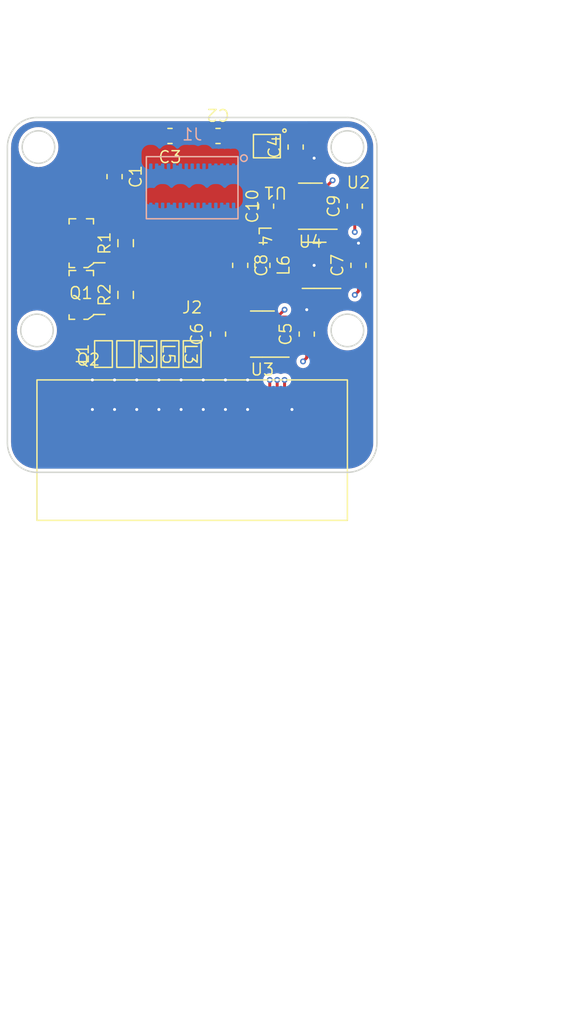
<source format=kicad_pcb>
(kicad_pcb (version 20211014) (generator pcbnew)
  (layers (0 "F.Cu" signal) (1 "In1.Cu" signal) (2 "In2.Cu" signal) (31 "B.Cu" signal) (34 "B.Paste" user) (35 "F.Paste" user) (36 "B.SilkS" user "B.Silkscreen") (37 "F.SilkS" user "F.Silkscreen") (38 "B.Mask" user) (39 "F.Mask" user) (44 "Edge.Cuts" user))
  (net 0 "")
  (net 1 "+1V8")
  (net 2 "SHELL")
  (net 3 "+1V2")
  (net 4 "+2V8")
  (net 5 "+5V")
  (net 8 "MCLK")
  (net 10 "CSI_D3P")
  (net 11 "CSI_D3N")
  (net 12 "CSI_D2N")
  (net 13 "CSI_D2P")
  (net 14 "CSI_D1N")
  (net 15 "CSI_D1P")
  (net 16 "CSI_D0N")
  (net 17 "CSI_D0P")
  (net 18 "CSI_CLKN")
  (net 19 "CSI_CLKP")
  (net 20 "SCL_1V8")
  (net 21 "SDA_1V8")
  (net 22 "MIPI_DATA_3_P")
  (net 23 "MIPI_DATA_3_N")
  (net 24 "MIPI_DATA_2_P")
  (net 25 "MIPI_DATA_2_N")
  (net 26 "MIPI_CLK_P")
  (net 27 "MIPI_CLK_N")
  (net 28 "MIPI_DATA_1_P")
  (net 29 "MIPI_DATA_1_N")
  (net 30 "MIPI_DATA_0_P")
  (net 31 "MIPI_DATA_0_N")
  (net 32 "SAI2_TXFS")
  (net 33 "SAI2_TXC")
  (net 34 "I2C_SCL_3V3")
  (net 35 "I2C_SDA_3V3")
  (net 36 "SAI2_RXD0")
  (net 37 "SAI2_TXD0")
  (net 38 "Net-(L6-Pad2)")
  (net 41 "GND")
  (footprint "unsurv_offline_pcb_footprints:Molex 505110-2891" (layer "F.Cu") (at 32.5 38.75)
    (fp_text reference "J2" (at 0 -5.9 unlocked) (layer "F.SilkS") (effects (font (size 0.8 0.8) (thickness 0.1))))
    (fp_text value "FPC 28 pin connector")
    (fp_rect (start -10.5 -1) (end 10.5 8.5) (layer "F.SilkS") (width 0.1) (fill none))
    (pad "1" smd roundrect (at -6.75 0) (size 0.3 1) (layers "F.Cu" "F.Paste" "F.Mask") (net 41 "GND"))
    (pad "2" smd roundrect (at -6.25 0) (size 0.3 1) (layers "F.Cu" "F.Paste" "F.Mask") (net 22 "MIPI_DATA_3_P"))
    (pad "3" smd roundrect (at -5.75 0) (size 0.3 1) (layers "F.Cu" "F.Paste" "F.Mask") (net 23 "MIPI_DATA_3_N"))
    (pad "4" smd roundrect (at -5.25 0) (size 0.3 1) (layers "F.Cu" "F.Paste" "F.Mask") (net 41 "GND"))
    (pad "5" smd roundrect (at -4.75 0) (size 0.3 1) (layers "F.Cu" "F.Paste" "F.Mask") (net 24 "MIPI_DATA_2_P"))
    (pad "6" smd roundrect (at -4.25 0) (size 0.3 1) (layers "F.Cu" "F.Paste" "F.Mask") (net 25 "MIPI_DATA_2_N"))
    (pad "7" smd roundrect (at -3.75 0) (size 0.3 1) (layers "F.Cu" "F.Paste" "F.Mask") (net 41 "GND"))
    (pad "8" smd roundrect (at -3.25 0) (size 0.3 1) (layers "F.Cu" "F.Paste" "F.Mask") (net 26 "MIPI_CLK_P"))
    (pad "9" smd roundrect (at -2.75 0) (size 0.3 1) (layers "F.Cu" "F.Paste" "F.Mask") (net 27 "MIPI_CLK_N"))
    (pad "10" smd roundrect (at -2.25 0) (size 0.3 1) (layers "F.Cu" "F.Paste" "F.Mask") (net 41 "GND"))
    (pad "11" smd roundrect (at -1.75 0) (size 0.3 1) (layers "F.Cu" "F.Paste" "F.Mask") (net 28 "MIPI_DATA_1_P"))
    (pad "12" smd roundrect (at -1.25 0) (size 0.3 1) (layers "F.Cu" "F.Paste" "F.Mask") (net 29 "MIPI_DATA_1_N"))
    (pad "13" smd roundrect (at -0.75 0) (size 0.3 1) (layers "F.Cu" "F.Paste" "F.Mask") (net 41 "GND"))
    (pad "14" smd roundrect (at -0.25 0) (size 0.3 1) (layers "F.Cu" "F.Paste" "F.Mask") (net 30 "MIPI_DATA_0_P"))
    (pad "15" smd roundrect (at 0.25 0) (size 0.3 1) (layers "F.Cu" "F.Paste" "F.Mask") (net 31 "MIPI_DATA_0_N"))
    (pad "16" smd roundrect (at 0.75 0) (size 0.3 1) (layers "F.Cu" "F.Paste" "F.Mask") (net 41 "GND"))
    (pad "17" smd roundrect (at 1.25 0) (size 0.3 1) (layers "F.Cu" "F.Paste" "F.Mask") (net 32 "SAI2_TXFS"))
    (pad "18" smd roundrect (at 1.75 0) (size 0.3 1) (layers "F.Cu" "F.Paste" "F.Mask") (net 33 "SAI2_TXC"))
    (pad "19" smd roundrect (at 2.25 0) (size 0.3 1) (layers "F.Cu" "F.Paste" "F.Mask") (net 41 "GND"))
    (pad "20" smd roundrect (at 2.75 0) (size 0.3 1) (layers "F.Cu" "F.Paste" "F.Mask") (net 34 "I2C_SCL_3V3"))
    (pad "21" smd roundrect (at 3.25 0) (size 0.3 1) (layers "F.Cu" "F.Paste" "F.Mask") (net 35 "I2C_SDA_3V3"))
    (pad "22" smd roundrect (at 3.75 0) (size 0.3 1) (layers "F.Cu" "F.Paste" "F.Mask") (net 41 "GND"))
    (pad "23" smd roundrect (at 4.25 0) (size 0.3 1) (layers "F.Cu" "F.Paste" "F.Mask") (net 36 "SAI2_RXD0"))
    (pad "24" smd roundrect (at 4.75 0) (size 0.3 1) (layers "F.Cu" "F.Paste" "F.Mask") (net 37 "SAI2_TXD0"))
    (pad "25" smd roundrect (at 5.25 0) (size 0.3 1) (layers "F.Cu" "F.Paste" "F.Mask") (net 5 "+5V"))
    (pad "26" smd roundrect (at 5.75 0) (size 0.3 1) (layers "F.Cu" "F.Paste" "F.Mask") (net 5 "+5V"))
    (pad "27" smd roundrect (at 6.25 0) (size 0.3 1) (layers "F.Cu" "F.Paste" "F.Mask") (net 5 "+5V"))
    (pad "28" smd roundrect (at 6.75 0) (size 0.3 1) (layers "F.Cu" "F.Paste" "F.Mask") (net 41 "GND"))
    (pad "29" smd roundrect (at -9.05 2.7) (size 2 1.3) (layers "F.Cu" "F.Paste" "F.Mask") (net 2 "SHELL"))
    (pad "30" smd roundrect (at 9.05 2.7) (size 2 1.3) (layers "F.Cu" "F.Paste" "F.Mask") (net 2 "SHELL"))
  )
  (footprint "Capacitor_SMD:C_0603_1608Metric" (layer "F.Cu") (at 37.5 26 90)
    (fp_text reference "C10" (at 0 -0.93 90 unlocked) (layer "F.SilkS") (effects (font (size 0.8 0.8) (thickness 0.1))))
    (fp_text value "1uF")
    (fp_line (start -0.14058 0.51) (end 0.14058 0.51) (layer "F.SilkS") (width 0.1))
    (fp_line (start -0.14058 -0.51) (end 0.14058 -0.51) (layer "F.SilkS") (width 0.1))
    (pad "1" smd roundrect (at -0.775 0 90) (size 0.9 0.95) (layers "F.Cu" "F.Paste" "F.Mask") (net 4 "+2V8"))
    (pad "2" smd roundrect (at 0.775 0 90) (size 0.9 0.95) (layers "F.Cu" "F.Paste" "F.Mask") (net 41 "GND"))
  )
  (footprint "unsurv_offline_pcb_footprints:DLP11SN900HL2L_hand_solder" (layer "F.Cu") (at 28 36 -90)
    (fp_text reference "L2" (at 0 -1.4 -90 unlocked) (layer "F.SilkS") (effects (font (size 0.8 0.8) (thickness 0.1))))
    (fp_text value "DLP11SN900HL2L")
    (fp_rect (start -0.9 -0.6) (end 0.9 0.6) (layer "F.SilkS") (width 0.1) (fill none))
    (pad "1" smd roundrect (at -0.5 -0.275 270) (size 0.4 0.25) (layers "F.Cu" "F.Paste" "F.Mask") (net 25 "MIPI_DATA_2_N"))
    (pad "2" smd roundrect (at 0.5 -0.275 270) (size 0.4 0.25) (layers "F.Cu" "F.Paste" "F.Mask") (net 12 "CSI_D2N"))
    (pad "3" smd roundrect (at -0.5 0.275 270) (size 0.4 0.25) (layers "F.Cu" "F.Paste" "F.Mask") (net 13 "CSI_D2P"))
    (pad "4" smd roundrect (at 0.5 0.275 270) (size 0.4 0.25) (layers "F.Cu" "F.Paste" "F.Mask") (net 24 "MIPI_DATA_2_P"))
  )
  (footprint "unsurv_offline_pcb_footprints:AMPM oscillator" (layer "F.Cu") (at 38.112991 21.587009 180)
    (fp_text reference "U1" (at 0 -3.5 180 unlocked) (layer "F.SilkS") (effects (font (size 0.8 0.8) (thickness 0.1))))
    (fp_text value "AMPM")
    (fp_rect (start -0.35 -1.14) (end 1.47 0.44) (layer "F.SilkS") (width 0.1) (fill none))
    (fp_circle (center -0.63 0.7) (end -0.7 0.79) (layer "F.SilkS") (width 0.1) (fill none))
    (pad "1" smd roundrect (at 0 0 180) (size 0.43 0.5) (layers "F.Cu" "F.Paste" "F.Mask") (net 1 "+1V8"))
    (pad "2" smd roundrect (at 1.16 0 180) (size 0.35 0.5) (layers "F.Cu" "F.Paste" "F.Mask") (net 41 "GND"))
    (pad "3" smd roundrect (at 1.16 -0.75 180) (size 0.35 0.5) (layers "F.Cu" "F.Paste" "F.Mask") (net 8 "MCLK"))
    (pad "4" smd roundrect (at -0.04 -0.75 180) (size 0.35 0.5) (layers "F.Cu" "F.Paste" "F.Mask") (net 1 "+1V8"))
  )
  (footprint "Capacitor_SMD:C_0603_1608Metric" (layer "F.Cu") (at 34.25 21.25)
    (fp_text reference "C2" (at 0 -1.43 180 unlocked) (layer "F.SilkS") (effects (font (size 0.8 0.8) (thickness 0.1))))
    (fp_text value "1uF")
    (fp_line (start -0.14058 0.51) (end 0.14058 0.51) (layer "F.SilkS") (width 0.1))
    (fp_line (start -0.14058 -0.51) (end 0.14058 -0.51) (layer "F.SilkS") (width 0.1))
    (pad "1" smd roundrect (at -0.775 0) (size 0.9 0.95) (layers "F.Cu" "F.Paste" "F.Mask") (net 3 "+1V2"))
    (pad "2" smd roundrect (at 0.775 0) (size 0.9 0.95) (layers "F.Cu" "F.Paste" "F.Mask") (net 41 "GND"))
  )
  (footprint "digikey-footprints:SOT-23-3" (layer "F.Cu") (at 25 28.5 180)
    (fp_text reference "Q1" (at 0.025 -3.375 unlocked) (layer "F.SilkS") (effects (font (size 0.8 0.8) (thickness 0.1))))
    (fp_text value "NTR5103N")
    (fp_line (start 0.825 1.65) (end 0.375 1.65) (layer "F.SilkS") (width 0.1))
    (fp_line (start -0.825 1.65) (end -0.825 1.3) (layer "F.SilkS") (width 0.1))
    (fp_line (start 0.825 1.35) (end 0.825 1.65) (layer "F.SilkS") (width 0.1))
    (fp_line (start -0.35 1.65) (end -0.825 1.65) (layer "F.SilkS") (width 0.1))
    (fp_line (start 0.45 -1.65) (end 0.825 -1.65) (layer "F.SilkS") (width 0.1))
    (fp_line (start -0.825 -1.325) (end -1.6 -1.325) (layer "F.SilkS") (width 0.1))
    (fp_line (start -0.825 -1.375) (end -0.825 -1.325) (layer "F.SilkS") (width 0.1))
    (fp_line (start -0.175 -1.65) (end -0.45 -1.65) (layer "F.SilkS") (width 0.1))
    (fp_line (start 0.825 -1.65) (end 0.825 -1.35) (layer "F.SilkS") (width 0.1))
    (fp_line (start 0.825 1.425) (end 0.825 1.3) (layer "F.SilkS") (width 0.1))
    (fp_line (start -0.45 -1.65) (end -0.825 -1.375) (layer "F.SilkS") (width 0.1))
    (pad "1" smd rect locked (at -1.05 -0.95 180) (size 1.3 0.6) (layers "F.Cu" "F.Paste" "F.Mask") (net 1 "+1V8"))
    (pad "2" smd rect locked (at -1.05 0.95 180) (size 1.3 0.6) (layers "F.Cu" "F.Paste" "F.Mask") (net 20 "SCL_1V8"))
    (pad "3" smd rect locked (at 1.05 0 180) (size 1.3 0.6) (layers "F.Cu" "F.Paste" "F.Mask") (net 34 "I2C_SCL_3V3"))
  )
  (footprint "Capacitor_SMD:C_0603_1608Metric" (layer "F.Cu") (at 39.5 22 90)
    (fp_text reference "C4" (at 0 -1.43 90 unlocked) (layer "F.SilkS") (effects (font (size 0.8 0.8) (thickness 0.1))))
    (fp_text value "0.1uF")
    (fp_line (start -0.14058 0.51) (end 0.14058 0.51) (layer "F.SilkS") (width 0.1))
    (fp_line (start -0.14058 -0.51) (end 0.14058 -0.51) (layer "F.SilkS") (width 0.1))
    (pad "1" smd roundrect (at -0.775 0 90) (size 0.9 0.95) (layers "F.Cu" "F.Paste" "F.Mask") (net 1 "+1V8"))
    (pad "2" smd roundrect (at 0.775 0 90) (size 0.9 0.95) (layers "F.Cu" "F.Paste" "F.Mask") (net 41 "GND"))
  )
  (footprint "Capacitor_SMD:C_0603_1608Metric" (layer "F.Cu") (at 31 21.25 180)
    (fp_text reference "C3" (at 0 -1.43 unlocked) (layer "F.SilkS") (effects (font (size 0.8 0.8) (thickness 0.1))))
    (fp_text value "1uF")
    (fp_line (start -0.14058 -0.51) (end 0.14058 -0.51) (layer "F.SilkS") (width 0.1))
    (fp_line (start -0.14058 0.51) (end 0.14058 0.51) (layer "F.SilkS") (width 0.1))
    (pad "1" smd roundrect (at -0.775 0 180) (size 0.9 0.95) (layers "F.Cu" "F.Paste" "F.Mask") (net 4 "+2V8"))
    (pad "2" smd roundrect (at 0.775 0 180) (size 0.9 0.95) (layers "F.Cu" "F.Paste" "F.Mask") (net 41 "GND"))
  )
  (footprint "digikey-footprints:SOT-23-3" (layer "F.Cu") (at 25 32 180)
    (fp_text reference "Q2" (at -0.475 -4.375 unlocked) (layer "F.SilkS") (effects (font (size 0.8 0.8) (thickness 0.1))))
    (fp_text value "NTR5103N")
    (fp_line (start 0.825 1.65) (end 0.375 1.65) (layer "F.SilkS") (width 0.1))
    (fp_line (start 0.825 -1.65) (end 0.825 -1.35) (layer "F.SilkS") (width 0.1))
    (fp_line (start -0.45 -1.65) (end -0.825 -1.375) (layer "F.SilkS") (width 0.1))
    (fp_line (start -0.175 -1.65) (end -0.45 -1.65) (layer "F.SilkS") (width 0.1))
    (fp_line (start -0.825 1.65) (end -0.825 1.3) (layer "F.SilkS") (width 0.1))
    (fp_line (start 0.45 -1.65) (end 0.825 -1.65) (layer "F.SilkS") (width 0.1))
    (fp_line (start 0.825 1.35) (end 0.825 1.65) (layer "F.SilkS") (width 0.1))
    (fp_line (start -0.35 1.65) (end -0.825 1.65) (layer "F.SilkS") (width 0.1))
    (fp_line (start -0.825 -1.325) (end -1.6 -1.325) (layer "F.SilkS") (width 0.1))
    (fp_line (start 0.825 1.425) (end 0.825 1.3) (layer "F.SilkS") (width 0.1))
    (fp_line (start -0.825 -1.375) (end -0.825 -1.325) (layer "F.SilkS") (width 0.1))
    (pad "1" smd rect locked (at -1.05 -0.95 180) (size 1.3 0.6) (layers "F.Cu" "F.Paste" "F.Mask") (net 1 "+1V8"))
    (pad "2" smd rect locked (at -1.05 0.95 180) (size 1.3 0.6) (layers "F.Cu" "F.Paste" "F.Mask") (net 21 "SDA_1V8"))
    (pad "3" smd rect locked (at 1.05 0 180) (size 1.3 0.6) (layers "F.Cu" "F.Paste" "F.Mask") (net 35 "I2C_SDA_3V3"))
  )
  (footprint "Resistor_SMD:R_0603_1608Metric" (layer "F.Cu") (at 28 32 90)
    (fp_text reference "R2" (at 0 -1.43 90 unlocked) (layer "F.SilkS") (effects (font (size 0.8 0.8) (thickness 0.1))))
    (fp_text value "2K2")
    (fp_line (start -0.237258 0.5225) (end 0.237258 0.5225) (layer "F.SilkS") (width 0.1))
    (fp_line (start -0.237258 -0.5225) (end 0.237258 -0.5225) (layer "F.SilkS") (width 0.1))
    (pad "1" smd roundrect (at -0.825 0 90) (size 0.8 0.95) (layers "F.Cu" "F.Paste" "F.Mask") (net 1 "+1V8"))
    (pad "2" smd roundrect (at 0.825 0 90) (size 0.8 0.95) (layers "F.Cu" "F.Paste" "F.Mask") (net 21 "SDA_1V8"))
  )
  (footprint "Resistor_SMD:R_0603_1608Metric" (layer "F.Cu") (at 28 28.5 90)
    (fp_text reference "R1" (at 0 -1.43 90 unlocked) (layer "F.SilkS") (effects (font (size 0.8 0.8) (thickness 0.1))))
    (fp_text value "2K2")
    (fp_line (start -0.237258 0.5225) (end 0.237258 0.5225) (layer "F.SilkS") (width 0.1))
    (fp_line (start -0.237258 -0.5225) (end 0.237258 -0.5225) (layer "F.SilkS") (width 0.1))
    (pad "1" smd roundrect (at -0.825 0 90) (size 0.8 0.95) (layers "F.Cu" "F.Paste" "F.Mask") (net 1 "+1V8"))
    (pad "2" smd roundrect (at 0.825 0 90) (size 0.8 0.95) (layers "F.Cu" "F.Paste" "F.Mask") (net 20 "SCL_1V8"))
  )
  (footprint "Package_TO_SOT_SMD:SOT-23-5" (layer "F.Cu") (at 37.25 34.65 180)
    (fp_text reference "U3" (at 0 -2.4 unlocked) (layer "F.SilkS") (effects (font (size 0.8 0.8) (thickness 0.1))))
    (fp_text value "AP7331")
    (fp_line (start 0 1.56) (end -0.8 1.56) (layer "F.SilkS") (width 0.1))
    (fp_line (start 0 -1.56) (end 0.8 -1.56) (layer "F.SilkS") (width 0.1))
    (fp_line (start 0 1.56) (end 0.8 1.56) (layer "F.SilkS") (width 0.1))
    (fp_line (start 0 -1.56) (end -1.8 -1.56) (layer "F.SilkS") (width 0.1))
    (pad "1" smd roundrect (at -1.1375 -0.95 180) (size 1.325 0.6) (layers "F.Cu" "F.Paste" "F.Mask") (net 5 "+5V"))
    (pad "2" smd roundrect (at -1.1375 0 180) (size 1.325 0.6) (layers "F.Cu" "F.Paste" "F.Mask") (net 41 "GND"))
    (pad "3" smd roundrect (at -1.1375 0.95 180) (size 1.325 0.6) (layers "F.Cu" "F.Paste" "F.Mask") (net 5 "+5V"))
    (pad "4" smd roundrect (at 1.1375 0.95 180) (size 1.325 0.6) (layers "F.Cu" "F.Paste" "F.Mask"))
    (pad "5" smd roundrect (at 1.1375 -0.95 180) (size 1.325 0.6) (layers "F.Cu" "F.Paste" "F.Mask") (net 1 "+1V8"))
  )
  (footprint "Capacitor_SMD:C_0603_1608Metric" (layer "F.Cu") (at 40.25 34.65 90)
    (fp_text reference "C5" (at 0 -1.43 90 unlocked) (layer "F.SilkS") (effects (font (size 0.8 0.8) (thickness 0.1))))
    (fp_text value "1uF")
    (fp_line (start -0.14058 -0.51) (end 0.14058 -0.51) (layer "F.SilkS") (width 0.1))
    (fp_line (start -0.14058 0.51) (end 0.14058 0.51) (layer "F.SilkS") (width 0.1))
    (pad "1" smd roundrect (at -0.775 0 90) (size 0.9 0.95) (layers "F.Cu" "F.Paste" "F.Mask") (net 5 "+5V"))
    (pad "2" smd roundrect (at 0.775 0 90) (size 0.9 0.95) (layers "F.Cu" "F.Paste" "F.Mask") (net 41 "GND"))
  )
  (footprint "Capacitor_SMD:C_0603_1608Metric" (layer "F.Cu") (at 27.25 24 -90)
    (fp_text reference "C1" (at 0 -1.43 90 unlocked) (layer "F.SilkS") (effects (font (size 0.8 0.8) (thickness 0.1))))
    (fp_text value "1uF")
    (fp_line (start -0.14058 0.51) (end 0.14058 0.51) (layer "F.SilkS") (width 0.1))
    (fp_line (start -0.14058 -0.51) (end 0.14058 -0.51) (layer "F.SilkS") (width 0.1))
    (pad "1" smd roundrect (at -0.775 0 270) (size 0.9 0.95) (layers "F.Cu" "F.Paste" "F.Mask") (net 1 "+1V8"))
    (pad "2" smd roundrect (at 0.775 0 270) (size 0.9 0.95) (layers "F.Cu" "F.Paste" "F.Mask") (net 41 "GND"))
  )
  (footprint "Capacitor_SMD:C_0603_1608Metric" (layer "F.Cu") (at 34.25 34.65 90)
    (fp_text reference "C6" (at 0 -1.43 90 unlocked) (layer "F.SilkS") (effects (font (size 0.8 0.8) (thickness 0.1))))
    (fp_text value "1uF")
    (fp_line (start -0.14058 -0.51) (end 0.14058 -0.51) (layer "F.SilkS") (width 0.1))
    (fp_line (start -0.14058 0.51) (end 0.14058 0.51) (layer "F.SilkS") (width 0.1))
    (pad "1" smd roundrect (at -0.775 0 90) (size 0.9 0.95) (layers "F.Cu" "F.Paste" "F.Mask") (net 1 "+1V8"))
    (pad "2" smd roundrect (at 0.775 0 90) (size 0.9 0.95) (layers "F.Cu" "F.Paste" "F.Mask") (net 41 "GND"))
  )
  (footprint "unsurv_offline_pcb_footprints:DLP11SN900HL2L_hand_solder" (layer "F.Cu") (at 29.5 36 -90)
    (fp_text reference "L5" (at 0 -1.4 -90 unlocked) (layer "F.SilkS") (effects (font (size 0.8 0.8) (thickness 0.1))))
    (fp_text value "DLP11SN900HL2L")
    (fp_rect (start -0.9 -0.6) (end 0.9 0.6) (layer "F.SilkS") (width 0.1) (fill none))
    (pad "1" smd roundrect (at -0.5 -0.275 270) (size 0.4 0.25) (layers "F.Cu" "F.Paste" "F.Mask") (net 27 "MIPI_CLK_N"))
    (pad "2" smd roundrect (at 0.5 -0.275 270) (size 0.4 0.25) (layers "F.Cu" "F.Paste" "F.Mask") (net 18 "CSI_CLKN"))
    (pad "3" smd roundrect (at -0.5 0.275 270) (size 0.4 0.25) (layers "F.Cu" "F.Paste" "F.Mask") (net 19 "CSI_CLKP"))
    (pad "4" smd roundrect (at 0.5 0.275 270) (size 0.4 0.25) (layers "F.Cu" "F.Paste" "F.Mask") (net 26 "MIPI_CLK_P"))
  )
  (footprint "unsurv_offline_pcb_footprints:DLP11SN900HL2L_hand_solder" (layer "F.Cu") (at 26.5 36 90)
    (fp_text reference "L1" (at 0 -1.4 90 unlocked) (layer "F.SilkS") (effects (font (size 0.8 0.8) (thickness 0.1))))
    (fp_text value "DLP11SN900HL2L")
    (fp_rect (start -0.9 -0.6) (end 0.9 0.6) (layer "F.SilkS") (width 0.1) (fill none))
    (pad "1" smd roundrect (at -0.5 -0.275 90) (size 0.4 0.25) (layers "F.Cu" "F.Paste" "F.Mask") (net 22 "MIPI_DATA_3_P"))
    (pad "2" smd roundrect (at 0.5 -0.275 90) (size 0.4 0.25) (layers "F.Cu" "F.Paste" "F.Mask") (net 10 "CSI_D3P"))
    (pad "3" smd roundrect (at -0.5 0.275 90) (size 0.4 0.25) (layers "F.Cu" "F.Paste" "F.Mask") (net 11 "CSI_D3N"))
    (pad "4" smd roundrect (at 0.5 0.275 90) (size 0.4 0.25) (layers "F.Cu" "F.Paste" "F.Mask") (net 23 "MIPI_DATA_3_N"))
  )
  (footprint "unsurv_offline_pcb_footprints:DLP11SN900HL2L_hand_solder" (layer "F.Cu") (at 31 36 -90)
    (fp_text reference "L3" (at 0 -1.4 -90 unlocked) (layer "F.SilkS") (effects (font (size 0.8 0.8) (thickness 0.1))))
    (fp_text value "DLP11SN900HL2L")
    (fp_rect (start -0.9 -0.6) (end 0.9 0.6) (layer "F.SilkS") (width 0.1) (fill none))
    (pad "1" smd roundrect (at -0.5 -0.275 270) (size 0.4 0.25) (layers "F.Cu" "F.Paste" "F.Mask") (net 29 "MIPI_DATA_1_N"))
    (pad "2" smd roundrect (at 0.5 -0.275 270) (size 0.4 0.25) (layers "F.Cu" "F.Paste" "F.Mask") (net 14 "CSI_D1N"))
    (pad "3" smd roundrect (at -0.5 0.275 270) (size 0.4 0.25) (layers "F.Cu" "F.Paste" "F.Mask") (net 15 "CSI_D1P"))
    (pad "4" smd roundrect (at 0.5 0.275 270) (size 0.4 0.25) (layers "F.Cu" "F.Paste" "F.Mask") (net 28 "MIPI_DATA_1_P"))
  )
  (footprint "Capacitor_SMD:C_0603_1608Metric" (layer "F.Cu") (at 43.75 30 90)
    (fp_text reference "C7" (at 0 -1.43 90 unlocked) (layer "F.SilkS") (effects (font (size 0.8 0.8) (thickness 0.1))))
    (fp_text value "4.7uF")
    (fp_line (start -0.14058 0.51) (end 0.14058 0.51) (layer "F.SilkS") (width 0.1))
    (fp_line (start -0.14058 -0.51) (end 0.14058 -0.51) (layer "F.SilkS") (width 0.1))
    (pad "1" smd roundrect (at -0.775 0 90) (size 0.9 0.95) (layers "F.Cu" "F.Paste" "F.Mask") (net 5 "+5V"))
    (pad "2" smd roundrect (at 0.775 0 90) (size 0.9 0.95) (layers "F.Cu" "F.Paste" "F.Mask") (net 41 "GND"))
  )
  (footprint "Package_TO_SOT_SMD:SOT-23-5" (layer "F.Cu") (at 40.75 30 180)
    (fp_text reference "U2" (at -3 5.6 unlocked) (layer "F.SilkS") (effects (font (size 0.8 0.8) (thickness 0.1))))
    (fp_text value "LM3670MF")
    (fp_line (start 0 1.56) (end -0.8 1.56) (layer "F.SilkS") (width 0.1))
    (fp_line (start 0 1.56) (end 0.8 1.56) (layer "F.SilkS") (width 0.1))
    (fp_line (start 0 -1.56) (end 0.8 -1.56) (layer "F.SilkS") (width 0.1))
    (fp_line (start 0 -1.56) (end -1.8 -1.56) (layer "F.SilkS") (width 0.1))
    (pad "1" smd roundrect (at -1.1375 -0.95 180) (size 1.325 0.6) (layers "F.Cu" "F.Paste" "F.Mask") (net 5 "+5V"))
    (pad "2" smd roundrect (at -1.1375 0 180) (size 1.325 0.6) (layers "F.Cu" "F.Paste" "F.Mask") (net 41 "GND"))
    (pad "3" smd roundrect (at -1.1375 0.95 180) (size 1.325 0.6) (layers "F.Cu" "F.Paste" "F.Mask") (net 5 "+5V"))
    (pad "4" smd roundrect (at 1.1375 0.95 180) (size 1.325 0.6) (layers "F.Cu" "F.Paste" "F.Mask") (net 3 "+1V2"))
    (pad "5" smd roundrect (at 1.1375 -0.95 180) (size 1.325 0.6) (layers "F.Cu" "F.Paste" "F.Mask") (net 38 "Net-(L6-Pad2)"))
  )
  (footprint "Capacitor_SMD:C_0603_1608Metric" (layer "F.Cu") (at 37.25 30 -90)
    (fp_text reference "L6" (at 0 -1.43 90 unlocked) (layer "F.SilkS") (effects (font (size 0.8 0.8) (thickness 0.1))))
    (fp_text value "10uF")
    (fp_line (start -0.14058 0.51) (end 0.14058 0.51) (layer "F.SilkS") (width 0.1))
    (fp_line (start -0.14058 -0.51) (end 0.14058 -0.51) (layer "F.SilkS") (width 0.1))
    (pad "1" smd roundrect (at -0.775 0 270) (size 0.9 0.95) (layers "F.Cu" "F.Paste" "F.Mask") (net 3 "+1V2"))
    (pad "2" smd roundrect (at 0.775 0 270) (size 0.9 0.95) (layers "F.Cu" "F.Paste" "F.Mask") (net 38 "Net-(L6-Pad2)"))
  )
  (footprint "Capacitor_SMD:C_0603_1608Metric" (layer "F.Cu") (at 43.5 26 90)
    (fp_text reference "C9" (at 0 -1.43 90 unlocked) (layer "F.SilkS") (effects (font (size 0.8 0.8) (thickness 0.1))))
    (fp_text value "1uF")
    (fp_line (start -0.14058 0.51) (end 0.14058 0.51) (layer "F.SilkS") (width 0.1))
    (fp_line (start -0.14058 -0.51) (end 0.14058 -0.51) (layer "F.SilkS") (width 0.1))
    (pad "1" smd roundrect (at -0.775 0 90) (size 0.9 0.95) (layers "F.Cu" "F.Paste" "F.Mask") (net 5 "+5V"))
    (pad "2" smd roundrect (at 0.775 0 90) (size 0.9 0.95) (layers "F.Cu" "F.Paste" "F.Mask") (net 41 "GND"))
  )
  (footprint "Capacitor_SMD:C_0603_1608Metric" (layer "F.Cu") (at 35.75 30 -90)
    (fp_text reference "C8" (at 0 -1.43 90 unlocked) (layer "F.SilkS") (effects (font (size 0.8 0.8) (thickness 0.1))))
    (fp_text value "10uF")
    (fp_line (start -0.14058 0.51) (end 0.14058 0.51) (layer "F.SilkS") (width 0.1))
    (fp_line (start -0.14058 -0.51) (end 0.14058 -0.51) (layer "F.SilkS") (width 0.1))
    (pad "1" smd roundrect (at -0.775 0 270) (size 0.9 0.95) (layers "F.Cu" "F.Paste" "F.Mask") (net 3 "+1V2"))
    (pad "2" smd roundrect (at 0.775 0 270) (size 0.9 0.95) (layers "F.Cu" "F.Paste" "F.Mask") (net 41 "GND"))
  )
  (footprint "unsurv_offline_pcb_footprints:DLP11SN900HL2L_hand_solder" (layer "F.Cu") (at 32.5 36 -90)
    (fp_text reference "L4" (at -8 -4.9 -90 unlocked) (layer "F.SilkS") (effects (font (size 0.8 0.8) (thickness 0.1))))
    (fp_text value "DLP11SN900HL2L")
    (fp_rect (start -0.9 -0.6) (end 0.9 0.6) (layer "F.SilkS") (width 0.1) (fill none))
    (pad "1" smd roundrect (at -0.5 -0.275 270) (size 0.4 0.25) (layers "F.Cu" "F.Paste" "F.Mask") (net 31 "MIPI_DATA_0_N"))
    (pad "2" smd roundrect (at 0.5 -0.275 270) (size 0.4 0.25) (layers "F.Cu" "F.Paste" "F.Mask") (net 16 "CSI_D0N"))
    (pad "3" smd roundrect (at -0.5 0.275 270) (size 0.4 0.25) (layers "F.Cu" "F.Paste" "F.Mask") (net 17 "CSI_D0P"))
    (pad "4" smd roundrect (at 0.5 0.275 270) (size 0.4 0.25) (layers "F.Cu" "F.Paste" "F.Mask") (net 30 "MIPI_DATA_0_P"))
  )
  (footprint "Package_TO_SOT_SMD:SOT-23-5" (layer "F.Cu") (at 40.5 26 180)
    (fp_text reference "U4" (at 0 -2.4 unlocked) (layer "F.SilkS") (effects (font (size 0.8 0.8) (thickness 0.1))))
    (fp_text value "AP7331")
    (fp_line (start 0 -1.56) (end 0.8 -1.56) (layer "F.SilkS") (width 0.1))
    (fp_line (start 0 -1.56) (end -1.8 -1.56) (layer "F.SilkS") (width 0.1))
    (fp_line (start 0 1.56) (end -0.8 1.56) (layer "F.SilkS") (width 0.1))
    (fp_line (start 0 1.56) (end 0.8 1.56) (layer "F.SilkS") (width 0.1))
    (pad "1" smd roundrect (at -1.1375 -0.95 180) (size 1.325 0.6) (layers "F.Cu" "F.Paste" "F.Mask") (net 5 "+5V"))
    (pad "2" smd roundrect (at -1.1375 0 180) (size 1.325 0.6) (layers "F.Cu" "F.Paste" "F.Mask") (net 41 "GND"))
    (pad "3" smd roundrect (at -1.1375 0.95 180) (size 1.325 0.6) (layers "F.Cu" "F.Paste" "F.Mask") (net 5 "+5V"))
    (pad "4" smd roundrect (at 1.1375 0.95 180) (size 1.325 0.6) (layers "F.Cu" "F.Paste" "F.Mask"))
    (pad "5" smd roundrect (at 1.1375 -0.95 180) (size 1.325 0.6) (layers "F.Cu" "F.Paste" "F.Mask") (net 4 "+2V8"))
  )
  (footprint "unsurv_offline_pcb_footprints:DF37NC-30DS" (layer "B.Cu") (at 32.5 24.75 180)
    (fp_text reference "J1" (at 0 3.6 unlocked) (layer "B.SilkS") (effects (font (size 0.8 0.8) (thickness 0.1)) (justify mirror)))
    (fp_text value "DF37NC-30DS-0.4V")
    (fp_rect (start -3.1 2.1) (end 3.1 -2.1) (layer "B.SilkS") (width 0.1) (fill none))
    (fp_circle (center -3.5 2) (end -3.6 1.8) (layer "B.SilkS") (width 0.1) (fill none))
    (pad "1" smd roundrect (at -2.8 1.325 180) (size 0.23 0.63) (layers "B.Cu" "B.Paste" "B.Mask"))
    (pad "2" smd roundrect (at -2.4 1.325 180) (size 0.23 0.63) (layers "B.Cu" "B.Paste" "B.Mask"))
    (pad "3" smd roundrect (at -2 1.325 180) (size 0.23 0.63) (layers "B.Cu" "B.Paste" "B.Mask") (net 1 "+1V8"))
    (pad "4" smd roundrect (at -1.6 1.325 180) (size 0.23 0.63) (layers "B.Cu" "B.Paste" "B.Mask") (net 3 "+1V2"))
    (pad "5" smd roundrect (at -1.2 1.325 180) (size 0.23 0.63) (layers "B.Cu" "B.Paste" "B.Mask") (net 1 "+1V8"))
    (pad "6" smd roundrect (at -0.8 1.325 180) (size 0.23 0.63) (layers "B.Cu" "B.Paste" "B.Mask") (net 41 "GND"))
    (pad "7" smd roundrect (at -0.4 1.325 180) (size 0.23 0.63) (layers "B.Cu" "B.Paste" "B.Mask") (net 8 "MCLK"))
    (pad "8" smd roundrect (at 0 1.325 180) (size 0.23 0.63) (layers "B.Cu" "B.Paste" "B.Mask") (net 41 "GND"))
    (pad "9" smd roundrect (at 0.4 1.325 180) (size 0.23 0.63) (layers "B.Cu" "B.Paste" "B.Mask") (net 41 "GND"))
    (pad "10" smd roundrect (at 0.8 1.325 180) (size 0.23 0.63) (layers "B.Cu" "B.Paste" "B.Mask") (net 4 "+2V8"))
    (pad "11" smd roundrect (at 1.2 1.325 180) (size 0.23 0.63) (layers "B.Cu" "B.Paste" "B.Mask"))
    (pad "12" smd roundrect (at 1.6 1.325 180) (size 0.23 0.63) (layers "B.Cu" "B.Paste" "B.Mask") (net 41 "GND"))
    (pad "13" smd roundrect (at 2 1.325 180) (size 0.23 0.63) (layers "B.Cu" "B.Paste" "B.Mask") (net 10 "CSI_D3P"))
    (pad "14" smd roundrect (at 2.4 1.325 180) (size 0.23 0.63) (layers "B.Cu" "B.Paste" "B.Mask") (net 11 "CSI_D3N"))
    (pad "15" smd roundrect (at 2.8 1.325 180) (size 0.23 0.63) (layers "B.Cu" "B.Paste" "B.Mask") (net 41 "GND"))
    (pad "16" smd roundrect (at -2.8 -1.325 180) (size 0.23 0.63) (layers "B.Cu" "B.Paste" "B.Mask") (net 41 "GND"))
    (pad "17" smd roundrect (at -2.4 -1.325 180) (size 0.23 0.63) (layers "B.Cu" "B.Paste" "B.Mask") (net 12 "CSI_D2N"))
    (pad "18" smd roundrect (at -2 -1.325 180) (size 0.23 0.63) (layers "B.Cu" "B.Paste" "B.Mask") (net 13 "CSI_D2P"))
    (pad "19" smd roundrect (at -1.6 -1.325 180) (size 0.23 0.63) (layers "B.Cu" "B.Paste" "B.Mask") (net 41 "GND"))
    (pad "20" smd roundrect (at -1.2 -1.325 180) (size 0.23 0.63) (layers "B.Cu" "B.Paste" "B.Mask") (net 14 "CSI_D1N"))
    (pad "21" smd roundrect (at -0.8 -1.325 180) (size 0.23 0.63) (layers "B.Cu" "B.Paste" "B.Mask") (net 15 "CSI_D1P"))
    (pad "22" smd roundrect (at -0.4 -1.325 180) (size 0.23 0.63) (layers "B.Cu" "B.Paste" "B.Mask") (net 41 "GND"))
    (pad "23" smd roundrect (at 0 -1.325 180) (size 0.23 0.63) (layers "B.Cu" "B.Paste" "B.Mask") (net 16 "CSI_D0N"))
    (pad "24" smd roundrect (at 0.4 -1.325 180) (size 0.23 0.63) (layers "B.Cu" "B.Paste" "B.Mask") (net 17 "CSI_D0P"))
    (pad "25" smd roundrect (at 0.8 -1.325 180) (size 0.23 0.63) (layers "B.Cu" "B.Paste" "B.Mask") (net 41 "GND"))
    (pad "26" smd roundrect (at 1.2 -1.325 180) (size 0.23 0.63) (layers "B.Cu" "B.Paste" "B.Mask") (net 18 "CSI_CLKN"))
    (pad "27" smd roundrect (at 1.6 -1.325 180) (size 0.23 0.63) (layers "B.Cu" "B.Paste" "B.Mask") (net 19 "CSI_CLKP"))
    (pad "28" smd roundrect (at 2 -1.325 180) (size 0.23 0.63) (layers "B.Cu" "B.Paste" "B.Mask") (net 41 "GND"))
    (pad "29" smd roundrect (at 2.4 -1.325 180) (size 0.23 0.63) (layers "B.Cu" "B.Paste" "B.Mask") (net 20 "SCL_1V8"))
    (pad "30" smd roundrect (at 2.8 -1.325 180) (size 0.23 0.63) (layers "B.Cu" "B.Paste" "B.Mask") (net 21 "SDA_1V8"))
  )
  (gr_line (start 43 44) (end 22 44) (layer "Edge.Cuts") (width 0.1))
  (gr_arc (start 22 44) (mid 20.585786 43.414214) (end 20 42) (layer "Edge.Cuts") (width 0.1))
  (gr_arc (start 45 42) (mid 44.414214 43.414214) (end 43 44) (layer "Edge.Cuts") (width 0.1))
  (gr_circle (center 22.1 22) (end 23.2 22) (layer "Edge.Cuts") (width 0.1) (fill none))
  (gr_arc (start 20 22) (mid 20.585786 20.585786) (end 22 20) (layer "Edge.Cuts") (width 0.1))
  (gr_arc (start 43 20) (mid 44.414214 20.585786) (end 45 22) (layer "Edge.Cuts") (width 0.1))
  (gr_line (start 20 42) (end 20 22) (layer "Edge.Cuts") (width 0.1))
  (gr_circle (center 43 34.4) (end 44.1 34.4) (layer "Edge.Cuts") (width 0.1) (fill none))
  (gr_circle (center 43 22) (end 44.1 22) (layer "Edge.Cuts") (width 0.1) (fill none))
  (gr_circle (center 22 34.4) (end 23.1 34.4) (layer "Edge.Cuts") (width 0.1) (fill none))
  (gr_line (start 22 20) (end 43 20) (layer "Edge.Cuts") (width 0.1))
  (gr_line (start 45 22) (end 45 42) (layer "Edge.Cuts") (width 0.1))
  (segment (start 38.590982 22.775) (end 38.152991 22.337009) (width 0.2) (layer "F.Cu") (net 1))
  (segment (start 39.300982 22.775) (end 38.112991 21.587009) (width 0.2) (layer "F.Cu") (net 1))
  (segment (start 39.5 22.775) (end 40.725 22.775) (width 0.2) (layer "F.Cu") (net 1))
  (segment (start 39.5 22.775) (end 39.300982 22.775) (width 0.2) (layer "F.Cu") (net 1))
  (segment (start 39.5 22.775) (end 38.590982 22.775) (width 0.2) (layer "F.Cu") (net 1))
  (segment (start 40.725 22.775) (end 40.75 22.75) (width 0.2) (layer "F.Cu") (net 1))
  (via (at 40.75 22.75) (size 0.4) (drill 0.2) (layers "F.Cu" "B.Cu") (net 1))
  (segment (start 37.425 29.05) (end 37.25 29.225) (width 0.2) (layer "F.Cu") (net 3))
  (segment (start 39.6125 29.05) (end 37.425 29.05) (width 0.2) (layer "F.Cu") (net 3))
  (segment (start 37.25 29.225) (end 35.75 29.225) (width 0.2) (layer "F.Cu") (net 3))
  (segment (start 37.675 26.95) (end 37.5 26.775) (width 0.2) (layer "F.Cu") (net 4))
  (segment (start 39.3625 26.95) (end 37.675 26.95) (width 0.2) (layer "F.Cu") (net 4))
  (segment (start 43.75 30.775) (end 42.0625 30.775) (width 0.2) (layer "F.Cu") (net 5))
  (segment (start 41.6375 24.6125) (end 42 24.25) (width 0.2) (layer "F.Cu") (net 5))
  (segment (start 43.5 26.775) (end 41.8125 26.775) (width 0.2) (layer "F.Cu") (net 5))
  (segment (start 38.75 38.75) (end 38.75 37.75) (width 0.2) (layer "F.Cu") (net 5))
  (segment (start 42.3 29.05) (end 41.8875 29.05) (width 0.2) (layer "F.Cu") (net 5))
  (segment (start 43.75 31.75) (end 43.5 32) (width 0.2) (layer "F.Cu") (net 5))
  (segment (start 43.75 30.775) (end 43.75 30.5) (width 0.2) (layer "F.Cu") (net 5))
  (segment (start 38.25 38.75) (end 38.25 37.75) (width 0.2) (layer "F.Cu") (net 5))
  (segment (start 41.8125 26.775) (end 41.6375 26.95) (width 0.2) (layer "F.Cu") (net 5))
  (segment (start 40.25 36.25) (end 40 36.5) (width 0.2) (layer "F.Cu") (net 5))
  (segment (start 40.25 35.425) (end 38.5625 35.425) (width 0.2) (layer "F.Cu") (net 5))
  (segment (start 42.0625 30.775) (end 41.8875 30.95) (width 0.2) (layer "F.Cu") (net 5))
  (segment (start 43.5 26.775) (end 43.5 27.75) (width 0.2) (layer "F.Cu") (net 5))
  (segment (start 38.5625 35.425) (end 38.3875 35.6) (width 0.2) (layer "F.Cu") (net 5))
  (segment (start 40.25 35.425) (end 40.25 36.25) (width 0.2) (layer "F.Cu") (net 5))
  (segment (start 43.75 30.5) (end 42.3 29.05) (width 0.2) (layer "F.Cu") (net 5))
  (segment (start 43.75 30.775) (end 43.75 31.75) (width 0.2) (layer "F.Cu") (net 5))
  (segment (start 37.75 38.75) (end 37.75 37.75) (width 0.2) (layer "F.Cu") (net 5))
  (segment (start 38.3875 33.3625) (end 38.75 33) (width 0.2) (layer "F.Cu") (net 5))
  (segment (start 41.6375 25.05) (end 41.6375 24.6125) (width 0.2) (layer "F.Cu") (net 5))
  (segment (start 38.3875 33.7) (end 38.3875 33.3625) (width 0.2) (layer "F.Cu") (net 5))
  (via (at 40 36.5) (size 0.4) (drill 0.2) (layers "F.Cu" "B.Cu") (net 5))
  (via (at 43.5 27.75) (size 0.4) (drill 0.2) (layers "F.Cu" "B.Cu") (net 5))
  (via (at 42 24.25) (size 0.4) (drill 0.2) (layers "F.Cu" "B.Cu") (net 5))
  (via (at 38.75 33) (size 0.4) (drill 0.2) (layers "F.Cu" "B.Cu") (net 5))
  (via (at 38.25 37.75) (size 0.4) (drill 0.2) (layers "F.Cu" "B.Cu") (net 5))
  (via (at 43.5 32) (size 0.4) (drill 0.2) (layers "F.Cu" "B.Cu") (net 5))
  (via (at 38.75 37.75) (size 0.4) (drill 0.2) (layers "F.Cu" "B.Cu") (net 5))
  (via (at 37.75 37.75) (size 0.4) (drill 0.2) (layers "F.Cu" "B.Cu") (net 5))
  (segment (start 37.425 30.95) (end 37.25 30.775) (width 0.2) (layer "F.Cu") (net 38))
  (segment (start 39.6125 30.95) (end 37.425 30.95) (width 0.2) (layer "F.Cu") (net 38))
  (segment (start 30.25 38.75) (end 30.25 39.75) (width 0.2) (layer "F.Cu") (net 41))
  (segment (start 36.25 38.75) (end 36.25 39.75) (width 0.2) (layer "F.Cu") (net 41))
  (segment (start 39.25 38.75) (end 39.25 39.75) (width 0.2) (layer "F.Cu") (net 41))
  (segment (start 27.25 38.75) (end 27.25 37.75) (width 0.2) (layer "F.Cu") (net 41))
  (segment (start 31.75 38.75) (end 31.75 39.75) (width 0.2) (layer "F.Cu") (net 41))
  (segment (start 39.475 34.65) (end 40.25 33.875) (width 0.2) (layer "F.Cu") (net 41))
  (segment (start 25.75 38.75) (end 25.75 39.75) (width 0.2) (layer "F.Cu") (net 41))
  (segment (start 28.75 38.75) (end 28.75 39.75) (width 0.2) (layer "F.Cu") (net 41))
  (segment (start 34.75 38.75) (end 34.75 37.75) (width 0.2) (layer "F.Cu") (net 41))
  (segment (start 25.75 38.75) (end 25.75 37.75) (width 0.2) (layer "F.Cu") (net 41))
  (segment (start 31.75 38.75) (end 31.75 37.75) (width 0.2) (layer "F.Cu") (net 41))
  (segment (start 40.25 33.875) (end 40.25 33) (width 0.2) (layer "F.Cu") (net 41))
  (segment (start 36.25 38.75) (end 36.25 37.75) (width 0.2) (layer "F.Cu") (net 41))
  (segment (start 33.25 38.75) (end 33.25 37.75) (width 0.2) (layer "F.Cu") (net 41))
  (segment (start 34.75 38.75) (end 34.75 39.75) (width 0.2) (layer "F.Cu") (net 41))
  (segment (start 28.75 38.75) (end 28.75 37.75) (width 0.2) (layer "F.Cu") (net 41))
  (segment (start 30.25 38.75) (end 30.25 37.75) (width 0.2) (layer "F.Cu") (net 41))
  (segment (start 43.75 29.225) (end 43.75 28.5) (width 0.2) (layer "F.Cu") (net 41))
  (segment (start 33.25 38.75) (end 33.25 39.75) (width 0.2) (layer "F.Cu") (net 41))
  (segment (start 38.3875 34.65) (end 39.475 34.65) (width 0.2) (layer "F.Cu") (net 41))
  (segment (start 27.25 38.75) (end 27.25 39.75) (width 0.2) (layer "F.Cu") (net 41))
  (segment (start 41.8875 30) (end 40.75 30) (width 0.2) (layer "F.Cu") (net 41))
  (via (at 33.25 39.75) (size 0.4) (drill 0.2) (layers "F.Cu" "B.Cu") (net 41))
  (via (at 30.25 37.75) (size 0.4) (drill 0.2) (layers "F.Cu" "B.Cu") (net 41))
  (via (at 34.75 37.75) (size 0.4) (drill 0.2) (layers "F.Cu" "B.Cu") (net 41))
  (via (at 31.75 39.75) (size 0.4) (drill 0.2) (layers "F.Cu" "B.Cu") (net 41))
  (via (at 31.75 37.75) (size 0.4) (drill 0.2) (layers "F.Cu" "B.Cu") (net 41))
  (via (at 34.75 39.75) (size 0.4) (drill 0.2) (layers "F.Cu" "B.Cu") (net 41))
  (via (at 43.75 28.5) (size 0.4) (drill 0.2) (layers "F.Cu" "B.Cu") (net 41))
  (via (at 30.25 39.75) (size 0.4) (drill 0.2) (layers "F.Cu" "B.Cu") (net 41))
  (via (at 40.25 33) (size 0.4) (drill 0.2) (layers "F.Cu" "B.Cu") (net 41))
  (via (at 36.25 37.75) (size 0.4) (drill 0.2) (layers "F.Cu" "B.Cu") (net 41))
  (via (at 39.25 39.75) (size 0.4) (drill 0.2) (layers "F.Cu" "B.Cu") (net 41))
  (via (at 25.75 39.75) (size 0.4) (drill 0.2) (layers "F.Cu" "B.Cu") (net 41))
  (via (at 25.75 37.75) (size 0.4) (drill 0.2) (layers "F.Cu" "B.Cu") (net 41))
  (via (at 33.25 37.75) (size 0.4) (drill 0.2) (layers "F.Cu" "B.Cu") (net 41))
  (via (at 27.25 37.75) (size 0.4) (drill 0.2) (layers "F.Cu" "B.Cu") (net 41))
  (via (at 28.75 37.75) (size 0.4) (drill 0.2) (layers "F.Cu" "B.Cu") (net 41))
  (via (at 36.25 39.75) (size 0.4) (drill 0.2) (layers "F.Cu" "B.Cu") (net 41))
  (via (at 28.75 39.75) (size 0.4) (drill 0.2) (layers "F.Cu" "B.Cu") (net 41))
  (via (at 40.75 30) (size 0.4) (drill 0.2) (layers "F.Cu" "B.Cu") (net 41))
  (via (at 27.25 39.75) (size 0.4) (drill 0.2) (layers "F.Cu" "B.Cu") (net 41))
  (zone (net 41) (net_name "GND") (layers F&B.Cu) (connect_pads (clearance 0.25)) (min_thickness 0.254) (fill yes (thermal_gap 0.508) (thermal_bridge_width 0.508))
    (polygon (pts (xy 45.5 45.5) (xy 19.5 45.5) (xy 19.5 19.5) (xy 45.5 19.5)))
  )
)
</source>
